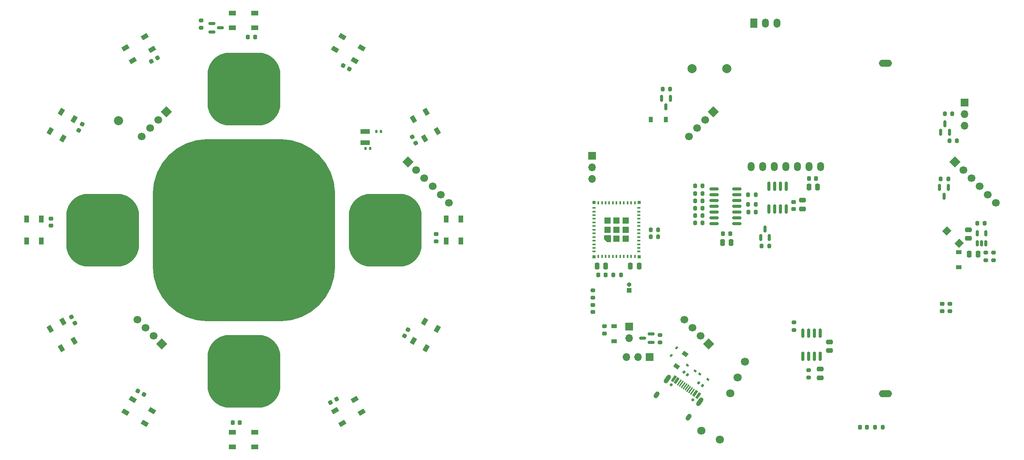
<source format=gts>
G04 #@! TF.GenerationSoftware,KiCad,Pcbnew,6.0.11-2627ca5db0~126~ubuntu20.04.1*
G04 #@! TF.CreationDate,2023-04-27T18:05:00+02:00*
G04 #@! TF.ProjectId,Semafor,53656d61-666f-4722-9e6b-696361645f70,rev?*
G04 #@! TF.SameCoordinates,Original*
G04 #@! TF.FileFunction,Soldermask,Top*
G04 #@! TF.FilePolarity,Negative*
%FSLAX46Y46*%
G04 Gerber Fmt 4.6, Leading zero omitted, Abs format (unit mm)*
G04 Created by KiCad (PCBNEW 6.0.11-2627ca5db0~126~ubuntu20.04.1) date 2023-04-27 18:05:00*
%MOMM*%
%LPD*%
G01*
G04 APERTURE LIST*
G04 Aperture macros list*
%AMRoundRect*
0 Rectangle with rounded corners*
0 $1 Rounding radius*
0 $2 $3 $4 $5 $6 $7 $8 $9 X,Y pos of 4 corners*
0 Add a 4 corners polygon primitive as box body*
4,1,4,$2,$3,$4,$5,$6,$7,$8,$9,$2,$3,0*
0 Add four circle primitives for the rounded corners*
1,1,$1+$1,$2,$3*
1,1,$1+$1,$4,$5*
1,1,$1+$1,$6,$7*
1,1,$1+$1,$8,$9*
0 Add four rect primitives between the rounded corners*
20,1,$1+$1,$2,$3,$4,$5,0*
20,1,$1+$1,$4,$5,$6,$7,0*
20,1,$1+$1,$6,$7,$8,$9,0*
20,1,$1+$1,$8,$9,$2,$3,0*%
%AMHorizOval*
0 Thick line with rounded ends*
0 $1 width*
0 $2 $3 position (X,Y) of the first rounded end (center of the circle)*
0 $4 $5 position (X,Y) of the second rounded end (center of the circle)*
0 Add line between two ends*
20,1,$1,$2,$3,$4,$5,0*
0 Add two circle primitives to create the rounded ends*
1,1,$1,$2,$3*
1,1,$1,$4,$5*%
%AMRotRect*
0 Rectangle, with rotation*
0 The origin of the aperture is its center*
0 $1 length*
0 $2 width*
0 $3 Rotation angle, in degrees counterclockwise*
0 Add horizontal line*
21,1,$1,$2,0,0,$3*%
%AMOutline5P*
0 Free polygon, 5 corners , with rotation*
0 The origin of the aperture is its center*
0 number of corners: always 5*
0 $1 to $10 corner X, Y*
0 $11 Rotation angle, in degrees counterclockwise*
0 create outline with 5 corners*
4,1,5,$1,$2,$3,$4,$5,$6,$7,$8,$9,$10,$1,$2,$11*%
%AMOutline6P*
0 Free polygon, 6 corners , with rotation*
0 The origin of the aperture is its center*
0 number of corners: always 6*
0 $1 to $12 corner X, Y*
0 $13 Rotation angle, in degrees counterclockwise*
0 create outline with 6 corners*
4,1,6,$1,$2,$3,$4,$5,$6,$7,$8,$9,$10,$11,$12,$1,$2,$13*%
%AMOutline7P*
0 Free polygon, 7 corners , with rotation*
0 The origin of the aperture is its center*
0 number of corners: always 7*
0 $1 to $14 corner X, Y*
0 $15 Rotation angle, in degrees counterclockwise*
0 create outline with 7 corners*
4,1,7,$1,$2,$3,$4,$5,$6,$7,$8,$9,$10,$11,$12,$13,$14,$1,$2,$15*%
%AMOutline8P*
0 Free polygon, 8 corners , with rotation*
0 The origin of the aperture is its center*
0 number of corners: always 8*
0 $1 to $16 corner X, Y*
0 $17 Rotation angle, in degrees counterclockwise*
0 create outline with 8 corners*
4,1,8,$1,$2,$3,$4,$5,$6,$7,$8,$9,$10,$11,$12,$13,$14,$15,$16,$1,$2,$17*%
G04 Aperture macros list end*
%ADD10RoundRect,0.150000X-0.587500X-0.150000X0.587500X-0.150000X0.587500X0.150000X-0.587500X0.150000X0*%
%ADD11RoundRect,4.800000X-3.200000X-3.200000X3.200000X-3.200000X3.200000X3.200000X-3.200000X3.200000X0*%
%ADD12R,0.900000X1.200000*%
%ADD13R,1.700000X1.700000*%
%ADD14O,1.700000X1.700000*%
%ADD15RoundRect,0.200000X0.200000X0.275000X-0.200000X0.275000X-0.200000X-0.275000X0.200000X-0.275000X0*%
%ADD16RoundRect,0.200000X0.275000X-0.200000X0.275000X0.200000X-0.275000X0.200000X-0.275000X-0.200000X0*%
%ADD17RoundRect,0.250000X-0.475000X0.250000X-0.475000X-0.250000X0.475000X-0.250000X0.475000X0.250000X0*%
%ADD18RotRect,1.700000X1.700000X45.000000*%
%ADD19HorizOval,1.700000X0.000000X0.000000X0.000000X0.000000X0*%
%ADD20RoundRect,0.200000X-0.200000X-0.275000X0.200000X-0.275000X0.200000X0.275000X-0.200000X0.275000X0*%
%ADD21O,1.500000X2.000000*%
%ADD22R,1.500000X2.000000*%
%ADD23RotRect,1.500000X1.000000X60.000000*%
%ADD24RoundRect,0.200000X-0.275000X0.200000X-0.275000X-0.200000X0.275000X-0.200000X0.275000X0.200000X0*%
%ADD25RoundRect,0.150000X0.150000X-0.587500X0.150000X0.587500X-0.150000X0.587500X-0.150000X-0.587500X0*%
%ADD26RoundRect,0.218750X0.256250X-0.218750X0.256250X0.218750X-0.256250X0.218750X-0.256250X-0.218750X0*%
%ADD27RoundRect,0.218750X-0.256250X0.218750X-0.256250X-0.218750X0.256250X-0.218750X0.256250X0.218750X0*%
%ADD28RotRect,1.500000X1.400000X45.000000*%
%ADD29RoundRect,0.225000X-0.104006X0.319856X-0.329006X-0.069856X0.104006X-0.319856X0.329006X0.069856X0*%
%ADD30RoundRect,0.225000X0.250000X-0.225000X0.250000X0.225000X-0.250000X0.225000X-0.250000X-0.225000X0*%
%ADD31R,1.000000X1.500000*%
%ADD32RotRect,0.600000X0.450000X325.000000*%
%ADD33RoundRect,0.225000X-0.225000X-0.250000X0.225000X-0.250000X0.225000X0.250000X-0.225000X0.250000X0*%
%ADD34R,2.100000X1.000000*%
%ADD35RotRect,1.500000X1.000000X300.000000*%
%ADD36RoundRect,0.250000X-0.250000X-0.475000X0.250000X-0.475000X0.250000X0.475000X-0.250000X0.475000X0*%
%ADD37R,1.000000X1.000000*%
%ADD38O,1.000000X1.000000*%
%ADD39RoundRect,0.250000X0.250000X0.475000X-0.250000X0.475000X-0.250000X-0.475000X0.250000X-0.475000X0*%
%ADD40RoundRect,0.150000X-0.150000X0.825000X-0.150000X-0.825000X0.150000X-0.825000X0.150000X0.825000X0*%
%ADD41C,0.650000*%
%ADD42RotRect,0.600000X1.450000X325.000000*%
%ADD43RotRect,0.300000X1.450000X325.000000*%
%ADD44HorizOval,1.000000X-0.172073X-0.245746X0.172073X0.245746X0*%
%ADD45HorizOval,1.000000X-0.315467X-0.450534X0.315467X0.450534X0*%
%ADD46RoundRect,0.225000X0.104006X-0.319856X0.329006X0.069856X-0.104006X0.319856X-0.329006X-0.069856X0*%
%ADD47RoundRect,0.225000X-0.319856X-0.104006X0.069856X-0.329006X0.319856X0.104006X-0.069856X0.329006X0*%
%ADD48RoundRect,0.225000X-0.250000X0.225000X-0.250000X-0.225000X0.250000X-0.225000X0.250000X0.225000X0*%
%ADD49R,1.500000X1.000000*%
%ADD50RotRect,1.700000X1.700000X315.000000*%
%ADD51HorizOval,1.700000X0.000000X0.000000X0.000000X0.000000X0*%
%ADD52R,1.200000X0.900000*%
%ADD53RoundRect,0.225000X-0.069856X-0.329006X0.319856X-0.104006X0.069856X0.329006X-0.319856X0.104006X0*%
%ADD54RotRect,0.600000X0.450000X145.000000*%
%ADD55RoundRect,12.000000X-8.000000X-8.000000X8.000000X-8.000000X8.000000X8.000000X-8.000000X8.000000X0*%
%ADD56RoundRect,0.135000X-0.216697X-0.074110X0.004474X-0.228976X0.216697X0.074110X-0.004474X0.228976X0*%
%ADD57RotRect,1.700000X1.700000X225.000000*%
%ADD58HorizOval,1.700000X0.000000X0.000000X0.000000X0.000000X0*%
%ADD59RoundRect,0.150000X0.825000X0.150000X-0.825000X0.150000X-0.825000X-0.150000X0.825000X-0.150000X0*%
%ADD60RotRect,1.500000X1.000000X120.000000*%
%ADD61RotRect,0.600000X0.450000X55.000000*%
%ADD62RoundRect,0.150000X0.150000X-0.512500X0.150000X0.512500X-0.150000X0.512500X-0.150000X-0.512500X0*%
%ADD63RotRect,1.500000X1.000000X30.000000*%
%ADD64RoundRect,0.225000X0.319856X0.104006X-0.069856X0.329006X-0.319856X-0.104006X0.069856X-0.329006X0*%
%ADD65RoundRect,0.225000X0.225000X0.250000X-0.225000X0.250000X-0.225000X-0.250000X0.225000X-0.250000X0*%
%ADD66R,0.400000X0.800000*%
%ADD67R,0.800000X0.400000*%
%ADD68R,1.450000X1.450000*%
%ADD69Outline5P,-0.725000X0.125004X-0.125004X0.725000X0.725000X0.725000X0.725000X-0.725000X-0.725000X-0.725000X90.000000*%
%ADD70R,0.700000X0.700000*%
%ADD71RoundRect,0.225000X-0.329006X0.069856X-0.104006X-0.319856X0.329006X-0.069856X0.104006X0.319856X0*%
%ADD72RoundRect,0.250000X0.475000X-0.250000X0.475000X0.250000X-0.475000X0.250000X-0.475000X-0.250000X0*%
%ADD73RoundRect,0.135000X0.216697X0.074110X-0.004474X0.228976X-0.216697X-0.074110X0.004474X-0.228976X0*%
%ADD74O,2.900000X1.524000*%
%ADD75RotRect,0.900000X1.200000X235.000000*%
%ADD76C,1.800000*%
%ADD77RoundRect,0.150000X-0.150000X0.587500X-0.150000X-0.587500X0.150000X-0.587500X0.150000X0.587500X0*%
%ADD78C,2.000000*%
%ADD79RotRect,1.500000X1.000000X150.000000*%
%ADD80RoundRect,0.135000X0.135000X0.185000X-0.135000X0.185000X-0.135000X-0.185000X0.135000X-0.185000X0*%
%ADD81RoundRect,0.162500X0.162500X-0.825000X0.162500X0.825000X-0.162500X0.825000X-0.162500X-0.825000X0*%
%ADD82RotRect,1.500000X1.000000X240.000000*%
%ADD83RoundRect,0.218750X0.218750X0.256250X-0.218750X0.256250X-0.218750X-0.256250X0.218750X-0.256250X0*%
%ADD84RotRect,1.500000X1.000000X210.000000*%
%ADD85RoundRect,0.225000X0.069856X0.329006X-0.319856X0.104006X-0.069856X-0.329006X0.319856X-0.104006X0*%
%ADD86RoundRect,0.135000X-0.135000X-0.185000X0.135000X-0.185000X0.135000X0.185000X-0.135000X0.185000X0*%
%ADD87RoundRect,0.150000X0.587500X0.150000X-0.587500X0.150000X-0.587500X-0.150000X0.587500X-0.150000X0*%
%ADD88RoundRect,0.225000X0.329006X-0.069856X0.104006X0.319856X-0.329006X0.069856X-0.104006X-0.319856X0*%
%ADD89RotRect,1.500000X1.000000X330.000000*%
%ADD90RotRect,1.700000X1.700000X135.000000*%
%ADD91HorizOval,1.700000X0.000000X0.000000X0.000000X0.000000X0*%
G04 APERTURE END LIST*
D10*
G04 #@! TO.C,Q1*
X93012500Y-54600000D03*
X93012500Y-56500000D03*
X94887500Y-55550000D03*
G04 #@! TD*
D11*
G04 #@! TO.C,BTN3_DOWN1*
X100000000Y-131000000D03*
G04 #@! TD*
D12*
G04 #@! TO.C,D21*
X189300000Y-75700000D03*
X192600000Y-75700000D03*
G04 #@! TD*
D13*
G04 #@! TO.C,M1*
X184500000Y-121175000D03*
D14*
X184500000Y-123715000D03*
G04 #@! TD*
D15*
G04 #@! TO.C,R14*
X193525000Y-69025000D03*
X191875000Y-69025000D03*
G04 #@! TD*
G04 #@! TO.C,R30*
X200625000Y-98400000D03*
X198975000Y-98400000D03*
G04 #@! TD*
D16*
G04 #@! TO.C,R9*
X264425000Y-106575000D03*
X264425000Y-104925000D03*
G04 #@! TD*
D17*
G04 #@! TO.C,C13*
X258900000Y-99900000D03*
X258900000Y-101800000D03*
G04 #@! TD*
D18*
G04 #@! TO.C,J8*
X256000000Y-85000000D03*
D19*
X257796051Y-86796051D03*
X259592102Y-88592102D03*
X261388154Y-90388154D03*
X263184205Y-92184205D03*
X264980256Y-93980256D03*
G04 #@! TD*
D20*
G04 #@! TO.C,R25*
X213575000Y-103470000D03*
X215225000Y-103470000D03*
G04 #@! TD*
D15*
G04 #@! TO.C,R24*
X254525000Y-88750000D03*
X252875000Y-88750000D03*
G04 #@! TD*
D13*
G04 #@! TO.C,J4*
X176400000Y-83660000D03*
D14*
X176400000Y-86200000D03*
X176400000Y-88740000D03*
G04 #@! TD*
D15*
G04 #@! TO.C,R28*
X256425000Y-80400000D03*
X254775000Y-80400000D03*
G04 #@! TD*
D21*
G04 #@! TO.C,U4*
X211280000Y-86000000D03*
X213820000Y-86000000D03*
X216360000Y-86000000D03*
X218900000Y-86000000D03*
X221440000Y-86000000D03*
X223980000Y-86000000D03*
X226520000Y-86000000D03*
X216980000Y-54500000D03*
X214440000Y-54500000D03*
D22*
X211900000Y-54500000D03*
G04 #@! TD*
D13*
G04 #@! TO.C,J13*
X188975000Y-127875000D03*
D14*
X186435000Y-127875000D03*
X183895000Y-127875000D03*
G04 #@! TD*
D23*
G04 #@! TO.C,D5*
X137186527Y-124281761D03*
X139957809Y-125881761D03*
X142407809Y-121638237D03*
X139636527Y-120038237D03*
G04 #@! TD*
D24*
G04 #@! TO.C,R4*
X90590000Y-53915000D03*
X90590000Y-55565000D03*
G04 #@! TD*
D25*
G04 #@! TO.C,Q6*
X252850000Y-78525000D03*
X254750000Y-78525000D03*
X253800000Y-76650000D03*
G04 #@! TD*
D26*
G04 #@! TO.C,D13*
X254880000Y-117787500D03*
X254880000Y-116212500D03*
G04 #@! TD*
D27*
G04 #@! TO.C,D15*
X176600000Y-116412500D03*
X176600000Y-117987500D03*
G04 #@! TD*
D28*
G04 #@! TO.C,L1*
X254181500Y-100181500D03*
X256868500Y-102868500D03*
G04 #@! TD*
D29*
G04 #@! TO.C,C19*
X64577500Y-76748830D03*
X63802500Y-78091170D03*
G04 #@! TD*
D30*
G04 #@! TO.C,C6*
X220600000Y-95345000D03*
X220600000Y-93795000D03*
G04 #@! TD*
D31*
G04 #@! TO.C,D4*
X144360000Y-102410000D03*
X147560000Y-102410000D03*
X147560000Y-97510000D03*
X144360000Y-97510000D03*
G04 #@! TD*
D32*
G04 #@! TO.C,D19*
X197284884Y-129666353D03*
X199005104Y-130870863D03*
G04 #@! TD*
D31*
G04 #@! TO.C,D10*
X55560000Y-97510000D03*
X52360000Y-97510000D03*
X52360000Y-102410000D03*
X55560000Y-102410000D03*
G04 #@! TD*
D33*
G04 #@! TO.C,C24*
X97535000Y-142240000D03*
X99085000Y-142240000D03*
G04 #@! TD*
D34*
G04 #@! TO.C,Q5*
X126630000Y-78290000D03*
X126630000Y-80790000D03*
G04 #@! TD*
D15*
G04 #@! TO.C,R17*
X212287500Y-96000000D03*
X210637500Y-96000000D03*
G04 #@! TD*
D35*
G04 #@! TO.C,D9*
X60283472Y-120038238D03*
X57512190Y-121638238D03*
X59962190Y-125881762D03*
X62733472Y-124281762D03*
G04 #@! TD*
D36*
G04 #@! TO.C,C7*
X223970000Y-90530000D03*
X225870000Y-90530000D03*
G04 #@! TD*
D37*
G04 #@! TO.C,J2*
X184516745Y-113212482D03*
D38*
X184516745Y-111942482D03*
G04 #@! TD*
D39*
G04 #@! TO.C,C8*
X179356698Y-107917961D03*
X177456698Y-107917961D03*
G04 #@! TD*
D40*
G04 #@! TO.C,U6*
X218955000Y-90375000D03*
X217685000Y-90375000D03*
X216415000Y-90375000D03*
X215145000Y-90375000D03*
X215145000Y-95325000D03*
X216415000Y-95325000D03*
X217685000Y-95325000D03*
X218955000Y-95325000D03*
G04 #@! TD*
D41*
G04 #@! TO.C,J1*
X193774287Y-133965194D03*
X198508986Y-137280466D03*
D42*
X194308211Y-132575032D03*
X194963532Y-133033893D03*
D43*
X195946515Y-133722184D03*
X196765667Y-134295761D03*
X197175243Y-134582549D03*
X197994395Y-135156126D03*
D42*
X198977377Y-135844417D03*
X199632699Y-136303278D03*
X199632699Y-136303278D03*
X198977377Y-135844417D03*
D43*
X198403971Y-135442914D03*
X197584819Y-134869337D03*
X196356091Y-134008973D03*
X195536939Y-133435396D03*
D42*
X194963532Y-133033893D03*
X194308211Y-132575032D03*
D44*
X197586820Y-141090585D03*
D45*
X192906895Y-132710829D03*
D44*
X190509346Y-136134884D03*
D45*
X199984369Y-137666529D03*
G04 #@! TD*
D46*
G04 #@! TO.C,C20*
X135245000Y-123232340D03*
X136020000Y-121890000D03*
G04 #@! TD*
D47*
G04 #@! TO.C,C21*
X76718830Y-135282500D03*
X78061170Y-136057500D03*
G04 #@! TD*
D48*
G04 #@! TO.C,C17*
X57700000Y-97465000D03*
X57700000Y-99015000D03*
G04 #@! TD*
D49*
G04 #@! TO.C,D7*
X97510000Y-144360000D03*
X97510000Y-147560000D03*
X102410000Y-147560000D03*
X102410000Y-144360000D03*
G04 #@! TD*
D50*
G04 #@! TO.C,J9*
X203000000Y-74000000D03*
D51*
X201203949Y-75796051D03*
X199407898Y-77592102D03*
X197611846Y-79388154D03*
G04 #@! TD*
D52*
G04 #@! TO.C,D17*
X256850000Y-108125000D03*
X256850000Y-104825000D03*
G04 #@! TD*
D53*
G04 #@! TO.C,C11*
X118998830Y-137857500D03*
X120341170Y-137082500D03*
G04 #@! TD*
D54*
G04 #@! TO.C,D20*
X201749263Y-132792344D03*
X200029043Y-131587834D03*
G04 #@! TD*
D36*
G04 #@! TO.C,C14*
X259150000Y-105225000D03*
X261050000Y-105225000D03*
G04 #@! TD*
D20*
G04 #@! TO.C,R21*
X198975000Y-90300000D03*
X200625000Y-90300000D03*
G04 #@! TD*
D55*
G04 #@! TO.C,BTN1_ENTER1*
X100000000Y-100000000D03*
G04 #@! TD*
D56*
G04 #@! TO.C,R3*
X199778904Y-133549040D03*
X200614440Y-134134088D03*
G04 #@! TD*
D57*
G04 #@! TO.C,J11*
X202000000Y-125000000D03*
D58*
X200203949Y-123203949D03*
X198407898Y-121407898D03*
X196611846Y-119611846D03*
G04 #@! TD*
D20*
G04 #@! TO.C,R13*
X260875000Y-98475000D03*
X262525000Y-98475000D03*
G04 #@! TD*
D15*
G04 #@! TO.C,R16*
X212262500Y-94300000D03*
X210612500Y-94300000D03*
G04 #@! TD*
D49*
G04 #@! TO.C,D1*
X102410000Y-55560000D03*
X102410000Y-52360000D03*
X97510000Y-52360000D03*
X97510000Y-55560000D03*
G04 #@! TD*
D15*
G04 #@! TO.C,R23*
X200625000Y-91950000D03*
X198975000Y-91950000D03*
G04 #@! TD*
D26*
G04 #@! TO.C,D14*
X253200000Y-117787500D03*
X253200000Y-116212500D03*
G04 #@! TD*
D59*
G04 #@! TO.C,U5*
X208112500Y-98560000D03*
X208112500Y-97290000D03*
X208112500Y-96020000D03*
X208112500Y-94750000D03*
X208112500Y-93480000D03*
X208112500Y-92210000D03*
X208112500Y-90940000D03*
X203162500Y-90940000D03*
X203162500Y-92210000D03*
X203162500Y-93480000D03*
X203162500Y-94750000D03*
X203162500Y-96020000D03*
X203162500Y-97290000D03*
X203162500Y-98560000D03*
G04 #@! TD*
D24*
G04 #@! TO.C,R8*
X223900000Y-130715000D03*
X223900000Y-132365000D03*
G04 #@! TD*
D60*
G04 #@! TO.C,D3*
X139636527Y-79881762D03*
X142407809Y-78281762D03*
X139957809Y-74038238D03*
X137186527Y-75638238D03*
G04 #@! TD*
D61*
G04 #@! TO.C,D18*
X193743146Y-127528138D03*
X194947656Y-125807918D03*
G04 #@! TD*
D62*
G04 #@! TO.C,U3*
X260875000Y-102925000D03*
X261825000Y-102925000D03*
X262775000Y-102925000D03*
X262775000Y-100650000D03*
X260875000Y-100650000D03*
G04 #@! TD*
D20*
G04 #@! TO.C,R7*
X189225000Y-101450000D03*
X190875000Y-101450000D03*
G04 #@! TD*
D16*
G04 #@! TO.C,R29*
X176600000Y-114850000D03*
X176600000Y-113200000D03*
G04 #@! TD*
D63*
G04 #@! TO.C,D6*
X120038238Y-139636527D03*
X121638238Y-142407809D03*
X125881762Y-139957809D03*
X124281762Y-137186527D03*
G04 #@! TD*
D64*
G04 #@! TO.C,C16*
X123141170Y-64597500D03*
X121798830Y-63822500D03*
G04 #@! TD*
D20*
G04 #@! TO.C,R12*
X238475000Y-143300000D03*
X240125000Y-143300000D03*
G04 #@! TD*
D17*
G04 #@! TO.C,C1*
X226450000Y-130490000D03*
X226450000Y-132390000D03*
G04 #@! TD*
D15*
G04 #@! TO.C,R22*
X200625000Y-95150000D03*
X198975000Y-95150000D03*
G04 #@! TD*
D65*
G04 #@! TO.C,C9*
X179331698Y-109851338D03*
X177781698Y-109851338D03*
G04 #@! TD*
D15*
G04 #@! TO.C,R18*
X212262500Y-92200000D03*
X210612500Y-92200000D03*
G04 #@! TD*
D66*
G04 #@! TO.C,U1*
X177750000Y-105800000D03*
X178550000Y-105800000D03*
X179350000Y-105800000D03*
X180150000Y-105800000D03*
X180950000Y-105800000D03*
X181750000Y-105800000D03*
X182550000Y-105800000D03*
X183350000Y-105800000D03*
X184150000Y-105800000D03*
X184950000Y-105800000D03*
X185750000Y-105800000D03*
D67*
X186650000Y-104700000D03*
X186650000Y-103900000D03*
X186650000Y-103100000D03*
X186650000Y-102300000D03*
X186650000Y-101500000D03*
X186650000Y-100700000D03*
X186650000Y-99900000D03*
X186650000Y-99100000D03*
X186650000Y-98300000D03*
X186650000Y-97500000D03*
X186650000Y-96700000D03*
X186650000Y-95900000D03*
X186650000Y-95100000D03*
D66*
X185750000Y-94000000D03*
X184950000Y-94000000D03*
X184150000Y-94000000D03*
X183350000Y-94000000D03*
X182550000Y-94000000D03*
X181750000Y-94000000D03*
X180950000Y-94000000D03*
X180150000Y-94000000D03*
X179350000Y-94000000D03*
X178550000Y-94000000D03*
X177750000Y-94000000D03*
D67*
X176850000Y-95100000D03*
X176850000Y-95900000D03*
X176850000Y-96700000D03*
X176850000Y-97500000D03*
X176850000Y-98300000D03*
X176850000Y-99100000D03*
X176850000Y-99900000D03*
X176850000Y-100700000D03*
X176850000Y-101500000D03*
X176850000Y-102300000D03*
X176850000Y-103100000D03*
X176850000Y-103900000D03*
X176850000Y-104700000D03*
D68*
X181750000Y-99900000D03*
X179775000Y-97925000D03*
X179775000Y-99900000D03*
X181750000Y-97925000D03*
X183725000Y-97925000D03*
X183725000Y-99900000D03*
X181750000Y-101875000D03*
X183725000Y-101875000D03*
D69*
X179775000Y-101875000D03*
D70*
X176800000Y-93950000D03*
X186700000Y-93950000D03*
X186700000Y-105850000D03*
X176800000Y-105850000D03*
G04 #@! TD*
D30*
G04 #@! TO.C,C22*
X142170000Y-102425000D03*
X142170000Y-100875000D03*
G04 #@! TD*
D15*
G04 #@! TO.C,R20*
X200625000Y-93550000D03*
X198975000Y-93550000D03*
G04 #@! TD*
D65*
G04 #@! TO.C,C23*
X102445000Y-57580000D03*
X100895000Y-57580000D03*
G04 #@! TD*
D71*
G04 #@! TO.C,C18*
X62162500Y-119058830D03*
X62937500Y-120401170D03*
G04 #@! TD*
D72*
G04 #@! TO.C,C5*
X222520000Y-95330000D03*
X222520000Y-93430000D03*
G04 #@! TD*
D73*
G04 #@! TO.C,R2*
X197333753Y-131714850D03*
X196498217Y-131129802D03*
G04 #@! TD*
D74*
G04 #@! TO.C,BT1*
X240770000Y-135880000D03*
X240770000Y-63380000D03*
G04 #@! TD*
D25*
G04 #@! TO.C,Q2*
X213350000Y-101587500D03*
X215250000Y-101587500D03*
X214300000Y-99712500D03*
G04 #@! TD*
D75*
G04 #@! TO.C,D24*
X196826465Y-127147969D03*
X194933663Y-129851171D03*
G04 #@! TD*
D76*
G04 #@! TO.C,SW1*
X206693802Y-135791913D03*
X208303977Y-132338880D03*
X209914153Y-128885848D03*
X204416535Y-145940326D03*
X200383465Y-144059674D03*
G04 #@! TD*
D77*
G04 #@! TO.C,Q7*
X254525000Y-90637500D03*
X252625000Y-90637500D03*
X253575000Y-92512500D03*
G04 #@! TD*
D24*
G04 #@! TO.C,R10*
X262775000Y-104925000D03*
X262775000Y-106575000D03*
G04 #@! TD*
D20*
G04 #@! TO.C,R5*
X181047604Y-109826337D03*
X182697604Y-109826337D03*
G04 #@! TD*
D65*
G04 #@! TO.C,C4*
X206661786Y-100800000D03*
X205111786Y-100800000D03*
G04 #@! TD*
D78*
G04 #@! TO.C,TP1*
X72500000Y-76000000D03*
G04 #@! TD*
D15*
G04 #@! TO.C,R19*
X200624286Y-96750000D03*
X198974286Y-96750000D03*
G04 #@! TD*
D17*
G04 #@! TO.C,C10*
X228450000Y-124540000D03*
X228450000Y-126440000D03*
G04 #@! TD*
D15*
G04 #@! TO.C,R1*
X190875000Y-99900000D03*
X189225000Y-99900000D03*
G04 #@! TD*
D39*
G04 #@! TO.C,C3*
X206886786Y-102750000D03*
X204986786Y-102750000D03*
G04 #@! TD*
D36*
G04 #@! TO.C,C2*
X184811745Y-107847482D03*
X186711745Y-107847482D03*
G04 #@! TD*
D79*
G04 #@! TO.C,D2*
X124281762Y-62733472D03*
X125881762Y-59962190D03*
X121638238Y-57512190D03*
X120038238Y-60283472D03*
G04 #@! TD*
D11*
G04 #@! TO.C,BTN5_LEFT1*
X69000000Y-100000000D03*
G04 #@! TD*
D33*
G04 #@! TO.C,C26*
X223975000Y-88650000D03*
X225525000Y-88650000D03*
G04 #@! TD*
D16*
G04 #@! TO.C,R6*
X220700000Y-121915000D03*
X220700000Y-120265000D03*
G04 #@! TD*
D11*
G04 #@! TO.C,BTN2_UP1*
X100000000Y-69000000D03*
G04 #@! TD*
D77*
G04 #@! TO.C,Q3*
X193550000Y-71062500D03*
X191650000Y-71062500D03*
X192600000Y-72937500D03*
G04 #@! TD*
D78*
G04 #@! TO.C,BZ1*
X198290000Y-64500000D03*
X205910000Y-64500000D03*
G04 #@! TD*
D80*
G04 #@! TO.C,R26*
X130060000Y-78300000D03*
X129040000Y-78300000D03*
G04 #@! TD*
D81*
G04 #@! TO.C,U2*
X222645000Y-127727500D03*
X223915000Y-127727500D03*
X225185000Y-127727500D03*
X226455000Y-127727500D03*
X226455000Y-122652500D03*
X225185000Y-122652500D03*
X223915000Y-122652500D03*
X222645000Y-122652500D03*
G04 #@! TD*
D13*
G04 #@! TO.C,J3*
X258092620Y-71937500D03*
D14*
X258092620Y-74477500D03*
X258092620Y-77017500D03*
G04 #@! TD*
D16*
G04 #@! TO.C,R15*
X191321190Y-124672500D03*
X191321190Y-123022500D03*
G04 #@! TD*
D82*
G04 #@! TO.C,D11*
X62733472Y-75638238D03*
X59962190Y-74038238D03*
X57512190Y-78281762D03*
X60283472Y-79881762D03*
G04 #@! TD*
D83*
G04 #@! TO.C,D16*
X236712500Y-143275000D03*
X235137500Y-143275000D03*
G04 #@! TD*
D48*
G04 #@! TO.C,C25*
X179071190Y-121122500D03*
X179071190Y-122672500D03*
G04 #@! TD*
D11*
G04 #@! TO.C,BTN4_RIGHT1*
X131000000Y-100000000D03*
G04 #@! TD*
D84*
G04 #@! TO.C,D12*
X79881761Y-60283472D03*
X78281761Y-57512190D03*
X74038237Y-59962190D03*
X75638237Y-62733472D03*
G04 #@! TD*
D52*
G04 #@! TO.C,D22*
X181221190Y-121127500D03*
X181221190Y-124427500D03*
G04 #@! TD*
D85*
G04 #@! TO.C,C12*
X81041170Y-62152500D03*
X79698830Y-62927500D03*
G04 #@! TD*
D86*
G04 #@! TO.C,R27*
X126650000Y-82085000D03*
X127670000Y-82085000D03*
G04 #@! TD*
D87*
G04 #@! TO.C,Q4*
X189328690Y-124657500D03*
X189328690Y-122757500D03*
X187453690Y-123707500D03*
G04 #@! TD*
D88*
G04 #@! TO.C,C15*
X137737500Y-80831170D03*
X136962500Y-79488830D03*
G04 #@! TD*
D89*
G04 #@! TO.C,D8*
X75638238Y-137186527D03*
X74038238Y-139957809D03*
X78281762Y-142407809D03*
X79881762Y-139636527D03*
G04 #@! TD*
D15*
G04 #@! TO.C,R11*
X255425000Y-74437500D03*
X253775000Y-74437500D03*
G04 #@! TD*
D18*
G04 #@! TO.C,J7*
X82000000Y-125000000D03*
D19*
X80203949Y-123203949D03*
X78407898Y-121407898D03*
X76611846Y-119611846D03*
G04 #@! TD*
D90*
G04 #@! TO.C,J5*
X83000000Y-74000000D03*
D91*
X81203949Y-75796051D03*
X79407898Y-77592102D03*
X77611846Y-79388154D03*
G04 #@! TD*
D57*
G04 #@! TO.C,J6*
X136000000Y-85000000D03*
D58*
X137796051Y-86796051D03*
X139592102Y-88592102D03*
X141388154Y-90388154D03*
X143184205Y-92184205D03*
X144980256Y-93980256D03*
G04 #@! TD*
M02*

</source>
